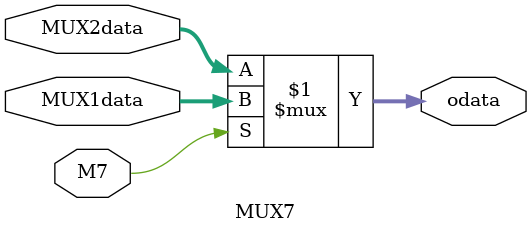
<source format=v>
`timescale 1ns / 1ps


module MUX7(
input M7,
input [31:0]MUX2data,MUX1data,
output [31:0]odata
    );
   assign odata=M7?MUX1data:MUX2data;
endmodule

</source>
